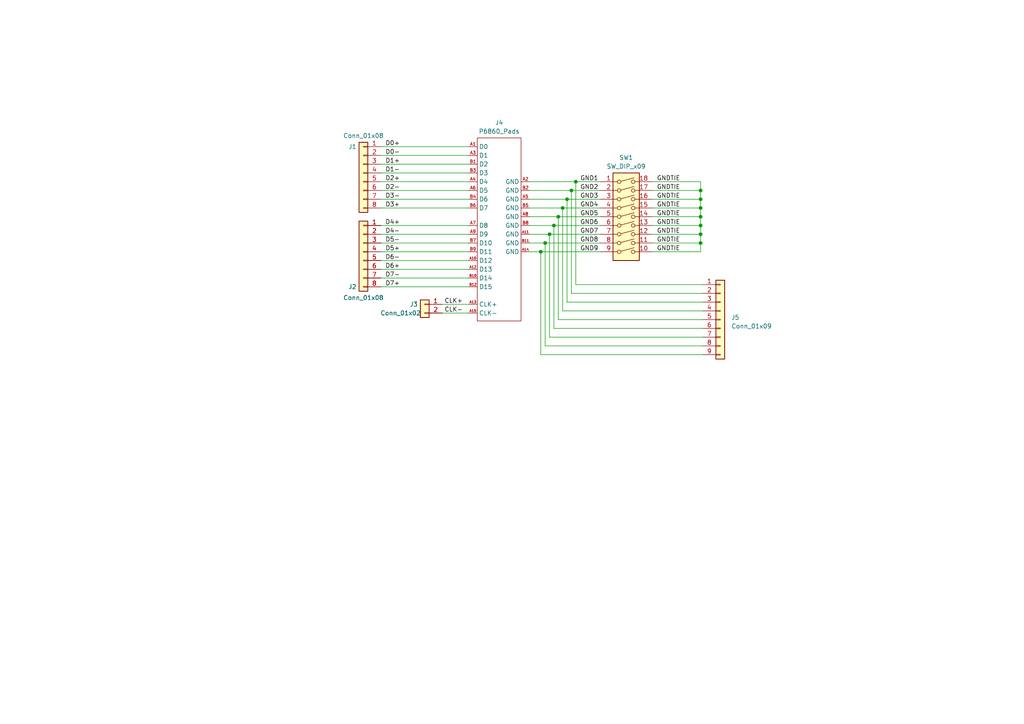
<source format=kicad_sch>
(kicad_sch (version 20230121) (generator eeschema)

  (uuid d6a7338d-da9d-4819-aa82-00f1dc5963bf)

  (paper "A4")

  (lib_symbols
    (symbol "Connector_Generic:Conn_01x02" (pin_names (offset 1.016) hide) (in_bom yes) (on_board yes)
      (property "Reference" "J" (at 0 2.54 0)
        (effects (font (size 1.27 1.27)))
      )
      (property "Value" "Conn_01x02" (at 0 -5.08 0)
        (effects (font (size 1.27 1.27)))
      )
      (property "Footprint" "" (at 0 0 0)
        (effects (font (size 1.27 1.27)) hide)
      )
      (property "Datasheet" "~" (at 0 0 0)
        (effects (font (size 1.27 1.27)) hide)
      )
      (property "ki_keywords" "connector" (at 0 0 0)
        (effects (font (size 1.27 1.27)) hide)
      )
      (property "ki_description" "Generic connector, single row, 01x02, script generated (kicad-library-utils/schlib/autogen/connector/)" (at 0 0 0)
        (effects (font (size 1.27 1.27)) hide)
      )
      (property "ki_fp_filters" "Connector*:*_1x??_*" (at 0 0 0)
        (effects (font (size 1.27 1.27)) hide)
      )
      (symbol "Conn_01x02_1_1"
        (rectangle (start -1.27 -2.413) (end 0 -2.667)
          (stroke (width 0.1524) (type default))
          (fill (type none))
        )
        (rectangle (start -1.27 0.127) (end 0 -0.127)
          (stroke (width 0.1524) (type default))
          (fill (type none))
        )
        (rectangle (start -1.27 1.27) (end 1.27 -3.81)
          (stroke (width 0.254) (type default))
          (fill (type background))
        )
        (pin passive line (at -5.08 0 0) (length 3.81)
          (name "Pin_1" (effects (font (size 1.27 1.27))))
          (number "1" (effects (font (size 1.27 1.27))))
        )
        (pin passive line (at -5.08 -2.54 0) (length 3.81)
          (name "Pin_2" (effects (font (size 1.27 1.27))))
          (number "2" (effects (font (size 1.27 1.27))))
        )
      )
    )
    (symbol "Connector_Generic:Conn_01x08" (pin_names (offset 1.016) hide) (in_bom yes) (on_board yes)
      (property "Reference" "J" (at 0 10.16 0)
        (effects (font (size 1.27 1.27)))
      )
      (property "Value" "Conn_01x08" (at 0 -12.7 0)
        (effects (font (size 1.27 1.27)))
      )
      (property "Footprint" "" (at 0 0 0)
        (effects (font (size 1.27 1.27)) hide)
      )
      (property "Datasheet" "~" (at 0 0 0)
        (effects (font (size 1.27 1.27)) hide)
      )
      (property "ki_keywords" "connector" (at 0 0 0)
        (effects (font (size 1.27 1.27)) hide)
      )
      (property "ki_description" "Generic connector, single row, 01x08, script generated (kicad-library-utils/schlib/autogen/connector/)" (at 0 0 0)
        (effects (font (size 1.27 1.27)) hide)
      )
      (property "ki_fp_filters" "Connector*:*_1x??_*" (at 0 0 0)
        (effects (font (size 1.27 1.27)) hide)
      )
      (symbol "Conn_01x08_1_1"
        (rectangle (start -1.27 -10.033) (end 0 -10.287)
          (stroke (width 0.1524) (type default))
          (fill (type none))
        )
        (rectangle (start -1.27 -7.493) (end 0 -7.747)
          (stroke (width 0.1524) (type default))
          (fill (type none))
        )
        (rectangle (start -1.27 -4.953) (end 0 -5.207)
          (stroke (width 0.1524) (type default))
          (fill (type none))
        )
        (rectangle (start -1.27 -2.413) (end 0 -2.667)
          (stroke (width 0.1524) (type default))
          (fill (type none))
        )
        (rectangle (start -1.27 0.127) (end 0 -0.127)
          (stroke (width 0.1524) (type default))
          (fill (type none))
        )
        (rectangle (start -1.27 2.667) (end 0 2.413)
          (stroke (width 0.1524) (type default))
          (fill (type none))
        )
        (rectangle (start -1.27 5.207) (end 0 4.953)
          (stroke (width 0.1524) (type default))
          (fill (type none))
        )
        (rectangle (start -1.27 7.747) (end 0 7.493)
          (stroke (width 0.1524) (type default))
          (fill (type none))
        )
        (rectangle (start -1.27 8.89) (end 1.27 -11.43)
          (stroke (width 0.254) (type default))
          (fill (type background))
        )
        (pin passive line (at -5.08 7.62 0) (length 3.81)
          (name "Pin_1" (effects (font (size 1.27 1.27))))
          (number "1" (effects (font (size 1.27 1.27))))
        )
        (pin passive line (at -5.08 5.08 0) (length 3.81)
          (name "Pin_2" (effects (font (size 1.27 1.27))))
          (number "2" (effects (font (size 1.27 1.27))))
        )
        (pin passive line (at -5.08 2.54 0) (length 3.81)
          (name "Pin_3" (effects (font (size 1.27 1.27))))
          (number "3" (effects (font (size 1.27 1.27))))
        )
        (pin passive line (at -5.08 0 0) (length 3.81)
          (name "Pin_4" (effects (font (size 1.27 1.27))))
          (number "4" (effects (font (size 1.27 1.27))))
        )
        (pin passive line (at -5.08 -2.54 0) (length 3.81)
          (name "Pin_5" (effects (font (size 1.27 1.27))))
          (number "5" (effects (font (size 1.27 1.27))))
        )
        (pin passive line (at -5.08 -5.08 0) (length 3.81)
          (name "Pin_6" (effects (font (size 1.27 1.27))))
          (number "6" (effects (font (size 1.27 1.27))))
        )
        (pin passive line (at -5.08 -7.62 0) (length 3.81)
          (name "Pin_7" (effects (font (size 1.27 1.27))))
          (number "7" (effects (font (size 1.27 1.27))))
        )
        (pin passive line (at -5.08 -10.16 0) (length 3.81)
          (name "Pin_8" (effects (font (size 1.27 1.27))))
          (number "8" (effects (font (size 1.27 1.27))))
        )
      )
    )
    (symbol "Connector_Generic:Conn_01x09" (pin_names (offset 1.016) hide) (in_bom yes) (on_board yes)
      (property "Reference" "J" (at 0 12.7 0)
        (effects (font (size 1.27 1.27)))
      )
      (property "Value" "Conn_01x09" (at 0 -12.7 0)
        (effects (font (size 1.27 1.27)))
      )
      (property "Footprint" "" (at 0 0 0)
        (effects (font (size 1.27 1.27)) hide)
      )
      (property "Datasheet" "~" (at 0 0 0)
        (effects (font (size 1.27 1.27)) hide)
      )
      (property "ki_keywords" "connector" (at 0 0 0)
        (effects (font (size 1.27 1.27)) hide)
      )
      (property "ki_description" "Generic connector, single row, 01x09, script generated (kicad-library-utils/schlib/autogen/connector/)" (at 0 0 0)
        (effects (font (size 1.27 1.27)) hide)
      )
      (property "ki_fp_filters" "Connector*:*_1x??_*" (at 0 0 0)
        (effects (font (size 1.27 1.27)) hide)
      )
      (symbol "Conn_01x09_1_1"
        (rectangle (start -1.27 -10.033) (end 0 -10.287)
          (stroke (width 0.1524) (type default))
          (fill (type none))
        )
        (rectangle (start -1.27 -7.493) (end 0 -7.747)
          (stroke (width 0.1524) (type default))
          (fill (type none))
        )
        (rectangle (start -1.27 -4.953) (end 0 -5.207)
          (stroke (width 0.1524) (type default))
          (fill (type none))
        )
        (rectangle (start -1.27 -2.413) (end 0 -2.667)
          (stroke (width 0.1524) (type default))
          (fill (type none))
        )
        (rectangle (start -1.27 0.127) (end 0 -0.127)
          (stroke (width 0.1524) (type default))
          (fill (type none))
        )
        (rectangle (start -1.27 2.667) (end 0 2.413)
          (stroke (width 0.1524) (type default))
          (fill (type none))
        )
        (rectangle (start -1.27 5.207) (end 0 4.953)
          (stroke (width 0.1524) (type default))
          (fill (type none))
        )
        (rectangle (start -1.27 7.747) (end 0 7.493)
          (stroke (width 0.1524) (type default))
          (fill (type none))
        )
        (rectangle (start -1.27 10.287) (end 0 10.033)
          (stroke (width 0.1524) (type default))
          (fill (type none))
        )
        (rectangle (start -1.27 11.43) (end 1.27 -11.43)
          (stroke (width 0.254) (type default))
          (fill (type background))
        )
        (pin passive line (at -5.08 10.16 0) (length 3.81)
          (name "Pin_1" (effects (font (size 1.27 1.27))))
          (number "1" (effects (font (size 1.27 1.27))))
        )
        (pin passive line (at -5.08 7.62 0) (length 3.81)
          (name "Pin_2" (effects (font (size 1.27 1.27))))
          (number "2" (effects (font (size 1.27 1.27))))
        )
        (pin passive line (at -5.08 5.08 0) (length 3.81)
          (name "Pin_3" (effects (font (size 1.27 1.27))))
          (number "3" (effects (font (size 1.27 1.27))))
        )
        (pin passive line (at -5.08 2.54 0) (length 3.81)
          (name "Pin_4" (effects (font (size 1.27 1.27))))
          (number "4" (effects (font (size 1.27 1.27))))
        )
        (pin passive line (at -5.08 0 0) (length 3.81)
          (name "Pin_5" (effects (font (size 1.27 1.27))))
          (number "5" (effects (font (size 1.27 1.27))))
        )
        (pin passive line (at -5.08 -2.54 0) (length 3.81)
          (name "Pin_6" (effects (font (size 1.27 1.27))))
          (number "6" (effects (font (size 1.27 1.27))))
        )
        (pin passive line (at -5.08 -5.08 0) (length 3.81)
          (name "Pin_7" (effects (font (size 1.27 1.27))))
          (number "7" (effects (font (size 1.27 1.27))))
        )
        (pin passive line (at -5.08 -7.62 0) (length 3.81)
          (name "Pin_8" (effects (font (size 1.27 1.27))))
          (number "8" (effects (font (size 1.27 1.27))))
        )
        (pin passive line (at -5.08 -10.16 0) (length 3.81)
          (name "Pin_9" (effects (font (size 1.27 1.27))))
          (number "9" (effects (font (size 1.27 1.27))))
        )
      )
    )
    (symbol "Switch:SW_DIP_x09" (pin_names (offset 0) hide) (in_bom yes) (on_board yes)
      (property "Reference" "SW" (at 0 13.97 0)
        (effects (font (size 1.27 1.27)))
      )
      (property "Value" "SW_DIP_x09" (at 0 -13.97 0)
        (effects (font (size 1.27 1.27)))
      )
      (property "Footprint" "" (at 0 0 0)
        (effects (font (size 1.27 1.27)) hide)
      )
      (property "Datasheet" "~" (at 0 0 0)
        (effects (font (size 1.27 1.27)) hide)
      )
      (property "ki_keywords" "dip switch" (at 0 0 0)
        (effects (font (size 1.27 1.27)) hide)
      )
      (property "ki_description" "9x DIP Switch, Single Pole Single Throw (SPST) switch, small symbol" (at 0 0 0)
        (effects (font (size 1.27 1.27)) hide)
      )
      (property "ki_fp_filters" "SW?DIP?x9*" (at 0 0 0)
        (effects (font (size 1.27 1.27)) hide)
      )
      (symbol "SW_DIP_x09_0_0"
        (circle (center -2.032 -10.16) (radius 0.508)
          (stroke (width 0) (type default))
          (fill (type none))
        )
        (circle (center -2.032 -7.62) (radius 0.508)
          (stroke (width 0) (type default))
          (fill (type none))
        )
        (circle (center -2.032 -5.08) (radius 0.508)
          (stroke (width 0) (type default))
          (fill (type none))
        )
        (circle (center -2.032 -2.54) (radius 0.508)
          (stroke (width 0) (type default))
          (fill (type none))
        )
        (circle (center -2.032 0) (radius 0.508)
          (stroke (width 0) (type default))
          (fill (type none))
        )
        (circle (center -2.032 2.54) (radius 0.508)
          (stroke (width 0) (type default))
          (fill (type none))
        )
        (circle (center -2.032 5.08) (radius 0.508)
          (stroke (width 0) (type default))
          (fill (type none))
        )
        (circle (center -2.032 7.62) (radius 0.508)
          (stroke (width 0) (type default))
          (fill (type none))
        )
        (circle (center -2.032 10.16) (radius 0.508)
          (stroke (width 0) (type default))
          (fill (type none))
        )
        (polyline
          (pts
            (xy -1.524 -10.0076)
            (xy 2.3622 -8.9662)
          )
          (stroke (width 0) (type default))
          (fill (type none))
        )
        (polyline
          (pts
            (xy -1.524 -7.4676)
            (xy 2.3622 -6.4262)
          )
          (stroke (width 0) (type default))
          (fill (type none))
        )
        (polyline
          (pts
            (xy -1.524 -4.9276)
            (xy 2.3622 -3.8862)
          )
          (stroke (width 0) (type default))
          (fill (type none))
        )
        (polyline
          (pts
            (xy -1.524 -2.3876)
            (xy 2.3622 -1.3462)
          )
          (stroke (width 0) (type default))
          (fill (type none))
        )
        (polyline
          (pts
            (xy -1.524 0.127)
            (xy 2.3622 1.1684)
          )
          (stroke (width 0) (type default))
          (fill (type none))
        )
        (polyline
          (pts
            (xy -1.524 2.667)
            (xy 2.3622 3.7084)
          )
          (stroke (width 0) (type default))
          (fill (type none))
        )
        (polyline
          (pts
            (xy -1.524 5.207)
            (xy 2.3622 6.2484)
          )
          (stroke (width 0) (type default))
          (fill (type none))
        )
        (polyline
          (pts
            (xy -1.524 7.747)
            (xy 2.3622 8.7884)
          )
          (stroke (width 0) (type default))
          (fill (type none))
        )
        (polyline
          (pts
            (xy -1.524 10.287)
            (xy 2.3622 11.3284)
          )
          (stroke (width 0) (type default))
          (fill (type none))
        )
        (circle (center 2.032 -10.16) (radius 0.508)
          (stroke (width 0) (type default))
          (fill (type none))
        )
        (circle (center 2.032 -7.62) (radius 0.508)
          (stroke (width 0) (type default))
          (fill (type none))
        )
        (circle (center 2.032 -5.08) (radius 0.508)
          (stroke (width 0) (type default))
          (fill (type none))
        )
        (circle (center 2.032 -2.54) (radius 0.508)
          (stroke (width 0) (type default))
          (fill (type none))
        )
        (circle (center 2.032 0) (radius 0.508)
          (stroke (width 0) (type default))
          (fill (type none))
        )
        (circle (center 2.032 2.54) (radius 0.508)
          (stroke (width 0) (type default))
          (fill (type none))
        )
        (circle (center 2.032 5.08) (radius 0.508)
          (stroke (width 0) (type default))
          (fill (type none))
        )
        (circle (center 2.032 7.62) (radius 0.508)
          (stroke (width 0) (type default))
          (fill (type none))
        )
        (circle (center 2.032 10.16) (radius 0.508)
          (stroke (width 0) (type default))
          (fill (type none))
        )
      )
      (symbol "SW_DIP_x09_0_1"
        (rectangle (start -3.81 12.7) (end 3.81 -12.7)
          (stroke (width 0.254) (type default))
          (fill (type background))
        )
      )
      (symbol "SW_DIP_x09_1_1"
        (pin passive line (at -7.62 10.16 0) (length 5.08)
          (name "~" (effects (font (size 1.27 1.27))))
          (number "1" (effects (font (size 1.27 1.27))))
        )
        (pin passive line (at 7.62 -10.16 180) (length 5.08)
          (name "~" (effects (font (size 1.27 1.27))))
          (number "10" (effects (font (size 1.27 1.27))))
        )
        (pin passive line (at 7.62 -7.62 180) (length 5.08)
          (name "~" (effects (font (size 1.27 1.27))))
          (number "11" (effects (font (size 1.27 1.27))))
        )
        (pin passive line (at 7.62 -5.08 180) (length 5.08)
          (name "~" (effects (font (size 1.27 1.27))))
          (number "12" (effects (font (size 1.27 1.27))))
        )
        (pin passive line (at 7.62 -2.54 180) (length 5.08)
          (name "~" (effects (font (size 1.27 1.27))))
          (number "13" (effects (font (size 1.27 1.27))))
        )
        (pin passive line (at 7.62 0 180) (length 5.08)
          (name "~" (effects (font (size 1.27 1.27))))
          (number "14" (effects (font (size 1.27 1.27))))
        )
        (pin passive line (at 7.62 2.54 180) (length 5.08)
          (name "~" (effects (font (size 1.27 1.27))))
          (number "15" (effects (font (size 1.27 1.27))))
        )
        (pin passive line (at 7.62 5.08 180) (length 5.08)
          (name "~" (effects (font (size 1.27 1.27))))
          (number "16" (effects (font (size 1.27 1.27))))
        )
        (pin passive line (at 7.62 7.62 180) (length 5.08)
          (name "~" (effects (font (size 1.27 1.27))))
          (number "17" (effects (font (size 1.27 1.27))))
        )
        (pin passive line (at 7.62 10.16 180) (length 5.08)
          (name "~" (effects (font (size 1.27 1.27))))
          (number "18" (effects (font (size 1.27 1.27))))
        )
        (pin passive line (at -7.62 7.62 0) (length 5.08)
          (name "~" (effects (font (size 1.27 1.27))))
          (number "2" (effects (font (size 1.27 1.27))))
        )
        (pin passive line (at -7.62 5.08 0) (length 5.08)
          (name "~" (effects (font (size 1.27 1.27))))
          (number "3" (effects (font (size 1.27 1.27))))
        )
        (pin passive line (at -7.62 2.54 0) (length 5.08)
          (name "~" (effects (font (size 1.27 1.27))))
          (number "4" (effects (font (size 1.27 1.27))))
        )
        (pin passive line (at -7.62 0 0) (length 5.08)
          (name "~" (effects (font (size 1.27 1.27))))
          (number "5" (effects (font (size 1.27 1.27))))
        )
        (pin passive line (at -7.62 -2.54 0) (length 5.08)
          (name "~" (effects (font (size 1.27 1.27))))
          (number "6" (effects (font (size 1.27 1.27))))
        )
        (pin passive line (at -7.62 -5.08 0) (length 5.08)
          (name "~" (effects (font (size 1.27 1.27))))
          (number "7" (effects (font (size 1.27 1.27))))
        )
        (pin passive line (at -7.62 -7.62 0) (length 5.08)
          (name "~" (effects (font (size 1.27 1.27))))
          (number "8" (effects (font (size 1.27 1.27))))
        )
        (pin passive line (at -7.62 -10.16 0) (length 5.08)
          (name "~" (effects (font (size 1.27 1.27))))
          (number "9" (effects (font (size 1.27 1.27))))
        )
      )
    )
    (symbol "Tek_Probe:P6860_Pads" (in_bom yes) (on_board yes)
      (property "Reference" "J" (at 1.27 1.27 0)
        (effects (font (size 1.27 1.27)))
      )
      (property "Value" "P6860_Pads" (at 6.35 -54.356 0)
        (effects (font (size 1.27 1.27)))
      )
      (property "Footprint" "" (at 0 0 0)
        (effects (font (size 1.27 1.27)) hide)
      )
      (property "Datasheet" "" (at 0 0 0)
        (effects (font (size 1.27 1.27)) hide)
      )
      (symbol "P6860_Pads_0_1"
        (rectangle (start 0 0) (end 12.7 -53.086)
          (stroke (width 0) (type default))
          (fill (type none))
        )
      )
      (symbol "P6860_Pads_1_1"
        (pin input line (at -2.54 -2.54 0) (length 2.54)
          (name "D0" (effects (font (size 1.27 1.27))))
          (number "A1" (effects (font (size 0.9175 0.9175))))
        )
        (pin input line (at -2.54 -35.56 0) (length 2.54)
          (name "D12" (effects (font (size 1.27 1.27))))
          (number "A10" (effects (font (size 0.7125 0.7125))))
        )
        (pin passive line (at 15.24 -27.94 180) (length 2.54)
          (name "GND" (effects (font (size 1.27 1.27))))
          (number "A11" (effects (font (size 0.7125 0.7125))))
        )
        (pin input line (at -2.54 -38.1 0) (length 2.54)
          (name "D13" (effects (font (size 1.27 1.27))))
          (number "A12" (effects (font (size 0.7125 0.7125))))
        )
        (pin input line (at -2.54 -48.26 0) (length 2.54)
          (name "CLK+" (effects (font (size 1.27 1.27))))
          (number "A13" (effects (font (size 0.7125 0.7125))))
        )
        (pin passive line (at 15.24 -33.02 180) (length 2.54)
          (name "GND" (effects (font (size 1.27 1.27))))
          (number "A14" (effects (font (size 0.7125 0.7125))))
        )
        (pin input line (at -2.54 -50.8 0) (length 2.54)
          (name "CLK-" (effects (font (size 1.27 1.27))))
          (number "A15" (effects (font (size 0.7125 0.7125))))
        )
        (pin passive line (at 15.24 -12.7 180) (length 2.54)
          (name "GND" (effects (font (size 1.27 1.27))))
          (number "A2" (effects (font (size 0.9175 0.9175))))
        )
        (pin input line (at -2.54 -5.08 0) (length 2.54)
          (name "D1" (effects (font (size 1.27 1.27))))
          (number "A3" (effects (font (size 0.9175 0.9175))))
        )
        (pin input line (at -2.54 -12.7 0) (length 2.54)
          (name "D4" (effects (font (size 1.27 1.27))))
          (number "A4" (effects (font (size 0.9175 0.9175))))
        )
        (pin passive line (at 15.24 -17.78 180) (length 2.54)
          (name "GND" (effects (font (size 1.27 1.27))))
          (number "A5" (effects (font (size 0.9175 0.9175))))
        )
        (pin input line (at -2.54 -15.24 0) (length 2.54)
          (name "D5" (effects (font (size 1.27 1.27))))
          (number "A6" (effects (font (size 0.9175 0.9175))))
        )
        (pin input line (at -2.54 -25.4 0) (length 2.54)
          (name "D8" (effects (font (size 1.27 1.27))))
          (number "A7" (effects (font (size 0.9175 0.9175))))
        )
        (pin passive line (at 15.24 -22.86 180) (length 2.54)
          (name "GND" (effects (font (size 1.27 1.27))))
          (number "A8" (effects (font (size 0.9175 0.9175))))
        )
        (pin input line (at -2.54 -27.94 0) (length 2.54)
          (name "D9" (effects (font (size 1.27 1.27))))
          (number "A9" (effects (font (size 0.9175 0.9175))))
        )
        (pin input line (at -2.54 -7.62 0) (length 2.54)
          (name "D2" (effects (font (size 1.27 1.27))))
          (number "B1" (effects (font (size 0.9175 0.9175))))
        )
        (pin input line (at -2.54 -40.64 0) (length 2.54)
          (name "D14" (effects (font (size 1.27 1.27))))
          (number "B10" (effects (font (size 0.7125 0.7125))))
        )
        (pin passive line (at 15.24 -30.48 180) (length 2.54)
          (name "GND" (effects (font (size 1.27 1.27))))
          (number "B11" (effects (font (size 0.7125 0.7125))))
        )
        (pin input line (at -2.54 -43.18 0) (length 2.54)
          (name "D15" (effects (font (size 1.27 1.27))))
          (number "B12" (effects (font (size 0.7125 0.7125))))
        )
        (pin passive line (at 15.24 -15.24 180) (length 2.54)
          (name "GND" (effects (font (size 1.27 1.27))))
          (number "B2" (effects (font (size 0.9175 0.9175))))
        )
        (pin input line (at -2.54 -10.16 0) (length 2.54)
          (name "D3" (effects (font (size 1.27 1.27))))
          (number "B3" (effects (font (size 0.9175 0.9175))))
        )
        (pin input line (at -2.54 -17.78 0) (length 2.54)
          (name "D6" (effects (font (size 1.27 1.27))))
          (number "B4" (effects (font (size 0.9175 0.9175))))
        )
        (pin passive line (at 15.24 -20.32 180) (length 2.54)
          (name "GND" (effects (font (size 1.27 1.27))))
          (number "B5" (effects (font (size 0.9175 0.9175))))
        )
        (pin input line (at -2.54 -20.32 0) (length 2.54)
          (name "D7" (effects (font (size 1.27 1.27))))
          (number "B6" (effects (font (size 0.9175 0.9175))))
        )
        (pin input line (at -2.54 -30.48 0) (length 2.54)
          (name "D10" (effects (font (size 1.27 1.27))))
          (number "B7" (effects (font (size 0.9175 0.9175))))
        )
        (pin passive line (at 15.24 -25.4 180) (length 2.54)
          (name "GND" (effects (font (size 1.27 1.27))))
          (number "B8" (effects (font (size 0.9175 0.9175))))
        )
        (pin input line (at -2.54 -33.02 0) (length 2.54)
          (name "D11" (effects (font (size 1.27 1.27))))
          (number "B9" (effects (font (size 0.9175 0.9175))))
        )
      )
    )
  )

  (junction (at 156.845 73.025) (diameter 0) (color 0 0 0 0)
    (uuid 3928e55b-d9d2-46af-91f5-896f18233099)
  )
  (junction (at 163.195 60.325) (diameter 0) (color 0 0 0 0)
    (uuid 48171f61-8521-430f-9314-5aa5433a0b36)
  )
  (junction (at 161.925 62.865) (diameter 0) (color 0 0 0 0)
    (uuid 4a35437b-1237-4ebc-b5e2-fa8264917d3a)
  )
  (junction (at 203.2 55.245) (diameter 0) (color 0 0 0 0)
    (uuid 4b5c1205-92e0-4468-88c9-adb8b22cfc44)
  )
  (junction (at 164.465 57.785) (diameter 0) (color 0 0 0 0)
    (uuid 5085309b-c4f3-42fb-b347-0408fabd4e29)
  )
  (junction (at 203.2 62.865) (diameter 0) (color 0 0 0 0)
    (uuid 57bc051b-41bb-4695-8e4c-5025ed516324)
  )
  (junction (at 165.735 55.245) (diameter 0) (color 0 0 0 0)
    (uuid 7045d5c7-4c20-4ee7-b82d-fc80ca8aa6df)
  )
  (junction (at 159.385 67.945) (diameter 0) (color 0 0 0 0)
    (uuid 76b8f8a5-8f26-4204-954a-9942d832e11c)
  )
  (junction (at 203.2 67.945) (diameter 0) (color 0 0 0 0)
    (uuid aa88dcba-9333-4ec7-8187-ad4b03e6204c)
  )
  (junction (at 158.115 70.485) (diameter 0) (color 0 0 0 0)
    (uuid ab1c17da-b779-4f03-abba-7a7ac76e9d6f)
  )
  (junction (at 203.2 70.485) (diameter 0) (color 0 0 0 0)
    (uuid adf95b2d-9e3a-4118-9f61-49b4527d917d)
  )
  (junction (at 167.005 52.705) (diameter 0) (color 0 0 0 0)
    (uuid ae91a0c5-7ac4-4c38-9a09-ab92bbf7ba5a)
  )
  (junction (at 203.2 60.325) (diameter 0) (color 0 0 0 0)
    (uuid c389b5f0-0759-4b0b-b977-14efcd188606)
  )
  (junction (at 160.655 65.405) (diameter 0) (color 0 0 0 0)
    (uuid cb3d9735-10e6-4e8b-a3b4-b18bdcb2d087)
  )
  (junction (at 203.2 65.405) (diameter 0) (color 0 0 0 0)
    (uuid d6a24665-74a6-4c2a-b6a0-973f8a7a789d)
  )
  (junction (at 203.2 57.785) (diameter 0) (color 0 0 0 0)
    (uuid f872bec3-9f20-4b28-b7cb-58981555f126)
  )

  (wire (pts (xy 153.67 52.705) (xy 167.005 52.705))
    (stroke (width 0) (type default))
    (uuid 015712b6-fba9-40e9-ac1f-54b9ac40a91b)
  )
  (wire (pts (xy 110.49 83.185) (xy 135.89 83.185))
    (stroke (width 0) (type default))
    (uuid 036bd20d-b38f-42e3-9bd4-7bfd452b4f1d)
  )
  (wire (pts (xy 110.49 75.565) (xy 135.89 75.565))
    (stroke (width 0) (type default))
    (uuid 0611c61a-6345-48ee-ac9d-9541de2827e0)
  )
  (wire (pts (xy 153.67 73.025) (xy 156.845 73.025))
    (stroke (width 0) (type default))
    (uuid 07b2ebfd-ed26-43bf-8226-7137fdeb219f)
  )
  (wire (pts (xy 159.385 97.79) (xy 203.835 97.79))
    (stroke (width 0) (type default))
    (uuid 0c1c6d61-79aa-450f-8e33-262c9d007f7e)
  )
  (wire (pts (xy 189.23 60.325) (xy 203.2 60.325))
    (stroke (width 0) (type default))
    (uuid 12932f0b-a863-4f4a-b8b8-d697d8bbad03)
  )
  (wire (pts (xy 158.115 70.485) (xy 173.99 70.485))
    (stroke (width 0) (type default))
    (uuid 13e66409-22b3-41fd-9ee4-92b3d073de47)
  )
  (wire (pts (xy 110.49 73.025) (xy 135.89 73.025))
    (stroke (width 0) (type default))
    (uuid 154f45f7-8298-4cfe-b663-3c336e6ec815)
  )
  (wire (pts (xy 158.115 100.33) (xy 203.835 100.33))
    (stroke (width 0) (type default))
    (uuid 15bbc32c-e46b-4aeb-9929-e0dfe6143e50)
  )
  (wire (pts (xy 110.49 52.705) (xy 135.89 52.705))
    (stroke (width 0) (type default))
    (uuid 1d228c2a-7845-45bb-8bbe-1e333d5613a3)
  )
  (wire (pts (xy 165.735 55.245) (xy 173.99 55.245))
    (stroke (width 0) (type default))
    (uuid 1d96b33d-7b3f-4bf5-92e2-bc07747acf1c)
  )
  (wire (pts (xy 189.23 62.865) (xy 203.2 62.865))
    (stroke (width 0) (type default))
    (uuid 23b856d1-eb8e-4100-b03d-38dcea3c1919)
  )
  (wire (pts (xy 161.925 62.865) (xy 161.925 92.71))
    (stroke (width 0) (type default))
    (uuid 24137784-7f6b-4116-9194-c2142169fcc7)
  )
  (wire (pts (xy 110.49 57.785) (xy 135.89 57.785))
    (stroke (width 0) (type default))
    (uuid 2ace9ba2-d0a7-4ca0-b8bd-8134303030bb)
  )
  (wire (pts (xy 203.2 55.245) (xy 203.2 57.785))
    (stroke (width 0) (type default))
    (uuid 32c34ee1-403e-42c8-b59d-70f950f59053)
  )
  (wire (pts (xy 203.2 73.025) (xy 189.23 73.025))
    (stroke (width 0) (type default))
    (uuid 33e0a239-0bfa-41f7-b6db-f4da4725ce4d)
  )
  (wire (pts (xy 163.195 90.17) (xy 203.835 90.17))
    (stroke (width 0) (type default))
    (uuid 33e75da6-802d-487a-93eb-f4b2ee58e81a)
  )
  (wire (pts (xy 167.005 52.705) (xy 173.99 52.705))
    (stroke (width 0) (type default))
    (uuid 3531a233-bec6-4089-abb5-3d01a7e30373)
  )
  (wire (pts (xy 165.735 85.09) (xy 203.835 85.09))
    (stroke (width 0) (type default))
    (uuid 356b4c5b-7825-4d16-9344-e8cefdbf78f0)
  )
  (wire (pts (xy 110.49 65.405) (xy 135.89 65.405))
    (stroke (width 0) (type default))
    (uuid 3cbc897f-ee2e-4ef3-98f9-daf988d18428)
  )
  (wire (pts (xy 189.23 65.405) (xy 203.2 65.405))
    (stroke (width 0) (type default))
    (uuid 3f474097-066c-46ed-a0ef-63044270cd5f)
  )
  (wire (pts (xy 156.845 102.87) (xy 203.835 102.87))
    (stroke (width 0) (type default))
    (uuid 412aeadb-b3a3-4c73-99cd-3537d1be261d)
  )
  (wire (pts (xy 203.2 52.705) (xy 203.2 55.245))
    (stroke (width 0) (type default))
    (uuid 440dc3cc-693d-454d-8ad7-c69ad9143b38)
  )
  (wire (pts (xy 189.23 70.485) (xy 203.2 70.485))
    (stroke (width 0) (type default))
    (uuid 4530c390-6877-4c4d-b830-d1027c246270)
  )
  (wire (pts (xy 203.2 57.785) (xy 203.2 60.325))
    (stroke (width 0) (type default))
    (uuid 4a9a7c7b-ec0f-409f-8e53-848d4daef01c)
  )
  (wire (pts (xy 189.23 55.245) (xy 203.2 55.245))
    (stroke (width 0) (type default))
    (uuid 4c37e5a6-1149-4811-a514-1aad6bd4e9a3)
  )
  (wire (pts (xy 110.49 50.165) (xy 135.89 50.165))
    (stroke (width 0) (type default))
    (uuid 50cf08d4-74cf-4cad-9bb6-a2269e3094e0)
  )
  (wire (pts (xy 160.655 95.25) (xy 203.835 95.25))
    (stroke (width 0) (type default))
    (uuid 54629913-9683-4cb7-8a30-8703b1581818)
  )
  (wire (pts (xy 164.465 87.63) (xy 203.835 87.63))
    (stroke (width 0) (type default))
    (uuid 55497a72-ec91-4189-a28b-f12917cb7b7c)
  )
  (wire (pts (xy 167.005 82.55) (xy 203.835 82.55))
    (stroke (width 0) (type default))
    (uuid 56a07351-b6b5-4104-b322-53e4c5cde993)
  )
  (wire (pts (xy 203.2 70.485) (xy 203.2 73.025))
    (stroke (width 0) (type default))
    (uuid 57f876ca-bb5e-416a-b87d-c6a4a6870ffc)
  )
  (wire (pts (xy 160.655 65.405) (xy 160.655 95.25))
    (stroke (width 0) (type default))
    (uuid 596043d7-ce43-405a-a2da-f274fedf83ff)
  )
  (wire (pts (xy 110.49 78.105) (xy 135.89 78.105))
    (stroke (width 0) (type default))
    (uuid 5a1da7b9-8cb0-4f2f-be62-7154ca4627c4)
  )
  (wire (pts (xy 110.49 70.485) (xy 135.89 70.485))
    (stroke (width 0) (type default))
    (uuid 63c8dbee-48a3-450e-843c-3249faf18ed9)
  )
  (wire (pts (xy 110.49 60.325) (xy 135.89 60.325))
    (stroke (width 0) (type default))
    (uuid 72e6106b-bcf1-4be2-a7c3-efa731bac308)
  )
  (wire (pts (xy 110.49 42.545) (xy 135.89 42.545))
    (stroke (width 0) (type default))
    (uuid 78f417f2-f7a7-4aca-a784-80423447310c)
  )
  (wire (pts (xy 156.845 73.025) (xy 156.845 102.87))
    (stroke (width 0) (type default))
    (uuid 792a2234-7144-4da2-a3fb-f99d63c6f005)
  )
  (wire (pts (xy 153.67 57.785) (xy 164.465 57.785))
    (stroke (width 0) (type default))
    (uuid 792d97ce-a4d1-472e-95c3-64897866c0e3)
  )
  (wire (pts (xy 159.385 67.945) (xy 173.99 67.945))
    (stroke (width 0) (type default))
    (uuid 85efd761-8172-4056-85a6-0fa0eb8cfa8b)
  )
  (wire (pts (xy 203.2 60.325) (xy 203.2 62.865))
    (stroke (width 0) (type default))
    (uuid 8815b0af-e29f-4c78-840e-54f48ee5fd19)
  )
  (wire (pts (xy 153.67 70.485) (xy 158.115 70.485))
    (stroke (width 0) (type default))
    (uuid 89bded03-3dd2-4bd8-b8f2-ec3eee1231fe)
  )
  (wire (pts (xy 163.195 60.325) (xy 173.99 60.325))
    (stroke (width 0) (type default))
    (uuid 8daa73b6-18a0-4134-af10-3df67df8ac4d)
  )
  (wire (pts (xy 153.67 62.865) (xy 161.925 62.865))
    (stroke (width 0) (type default))
    (uuid 93adc0dd-d088-4dea-bd99-4f9df4c4cfa1)
  )
  (wire (pts (xy 161.925 92.71) (xy 203.835 92.71))
    (stroke (width 0) (type default))
    (uuid 9717b585-4ae2-48f5-912e-c425f1e9dc36)
  )
  (wire (pts (xy 110.49 45.085) (xy 135.89 45.085))
    (stroke (width 0) (type default))
    (uuid 9754b40c-1f70-4ab8-9ab7-9d619dedf27f)
  )
  (wire (pts (xy 159.385 67.945) (xy 159.385 97.79))
    (stroke (width 0) (type default))
    (uuid 9932da80-f626-4726-b91d-7a0a5c024117)
  )
  (wire (pts (xy 203.2 67.945) (xy 203.2 70.485))
    (stroke (width 0) (type default))
    (uuid 9add6e8a-ef68-440e-8eb2-9640abfae407)
  )
  (wire (pts (xy 164.465 57.785) (xy 164.465 87.63))
    (stroke (width 0) (type default))
    (uuid 9f130f66-5957-4f48-8d5c-01feb412ae5a)
  )
  (wire (pts (xy 158.115 70.485) (xy 158.115 100.33))
    (stroke (width 0) (type default))
    (uuid a919eef0-0d93-47e6-a81c-5ccd8b910ade)
  )
  (wire (pts (xy 110.49 80.645) (xy 135.89 80.645))
    (stroke (width 0) (type default))
    (uuid aa5f420e-e3ea-4d50-9bf3-bd08bf9abc0b)
  )
  (wire (pts (xy 110.49 47.625) (xy 135.89 47.625))
    (stroke (width 0) (type default))
    (uuid aedc1dfa-811c-4069-8cc6-78bc2c39a0df)
  )
  (wire (pts (xy 153.67 55.245) (xy 165.735 55.245))
    (stroke (width 0) (type default))
    (uuid b23e46c9-4f20-4397-801e-d3e4a3e2c934)
  )
  (wire (pts (xy 163.195 60.325) (xy 163.195 90.17))
    (stroke (width 0) (type default))
    (uuid b426de90-5f60-4650-bd64-cd86f2118be7)
  )
  (wire (pts (xy 189.23 52.705) (xy 203.2 52.705))
    (stroke (width 0) (type default))
    (uuid b55ffb84-ecb3-4dbc-9ca6-82b8ad7b3df1)
  )
  (wire (pts (xy 189.23 67.945) (xy 203.2 67.945))
    (stroke (width 0) (type default))
    (uuid bb5920d0-481b-44c6-b75a-061643b56d4e)
  )
  (wire (pts (xy 128.27 88.265) (xy 135.89 88.265))
    (stroke (width 0) (type default))
    (uuid bbf3d9ea-077a-418e-ae17-7d0f8bc33a3b)
  )
  (wire (pts (xy 153.67 60.325) (xy 163.195 60.325))
    (stroke (width 0) (type default))
    (uuid bf9bd655-0d11-44ad-b541-56c6b34dcee6)
  )
  (wire (pts (xy 165.735 55.245) (xy 165.735 85.09))
    (stroke (width 0) (type default))
    (uuid c0294264-c004-4699-afbe-1043bd3a309e)
  )
  (wire (pts (xy 110.49 55.245) (xy 135.89 55.245))
    (stroke (width 0) (type default))
    (uuid c84617c5-e94d-4c66-b2a4-0a3475d98f34)
  )
  (wire (pts (xy 128.27 90.805) (xy 135.89 90.805))
    (stroke (width 0) (type default))
    (uuid cd8a3291-0c84-450e-ade3-55a0371adbe4)
  )
  (wire (pts (xy 167.005 52.705) (xy 167.005 82.55))
    (stroke (width 0) (type default))
    (uuid cfa41df9-c59a-4e31-ba7b-611ccb3d4063)
  )
  (wire (pts (xy 153.67 65.405) (xy 160.655 65.405))
    (stroke (width 0) (type default))
    (uuid d1163d77-aacd-4a1b-84aa-5410c18bce49)
  )
  (wire (pts (xy 203.2 65.405) (xy 203.2 67.945))
    (stroke (width 0) (type default))
    (uuid d4abc516-2308-483e-bf41-410ef9245684)
  )
  (wire (pts (xy 161.925 62.865) (xy 173.99 62.865))
    (stroke (width 0) (type default))
    (uuid d96581d4-9c6b-422c-a5c4-474cbe11a0a4)
  )
  (wire (pts (xy 110.49 67.945) (xy 135.89 67.945))
    (stroke (width 0) (type default))
    (uuid d981e6bc-c37f-42e5-ba77-4c3cc904ec8a)
  )
  (wire (pts (xy 164.465 57.785) (xy 173.99 57.785))
    (stroke (width 0) (type default))
    (uuid e9f4775c-a288-4240-b97f-3e9f1937d93c)
  )
  (wire (pts (xy 189.23 57.785) (xy 203.2 57.785))
    (stroke (width 0) (type default))
    (uuid ef349750-28f7-487e-bf1e-83d96d6f943e)
  )
  (wire (pts (xy 156.845 73.025) (xy 173.99 73.025))
    (stroke (width 0) (type default))
    (uuid f2879152-5e91-4aeb-9041-3c591081a77f)
  )
  (wire (pts (xy 160.655 65.405) (xy 173.99 65.405))
    (stroke (width 0) (type default))
    (uuid f3ed327a-d3b7-4511-8c0c-49328319e401)
  )
  (wire (pts (xy 203.2 62.865) (xy 203.2 65.405))
    (stroke (width 0) (type default))
    (uuid f48e94ac-1b18-4475-8d18-f60f2456d9a9)
  )
  (wire (pts (xy 153.67 67.945) (xy 159.385 67.945))
    (stroke (width 0) (type default))
    (uuid fe8f1e4a-1956-4276-808a-3800993a35e1)
  )

  (label "D5-" (at 111.76 70.485 0) (fields_autoplaced)
    (effects (font (size 1.27 1.27)) (justify left bottom))
    (uuid 042e5d11-aad3-424c-80d3-80430d35901a)
  )
  (label "GND3" (at 168.275 57.785 0) (fields_autoplaced)
    (effects (font (size 1.27 1.27)) (justify left bottom))
    (uuid 063b64cf-5ef0-4904-a49b-8b47ddf673cf)
  )
  (label "D0+" (at 111.76 42.545 0) (fields_autoplaced)
    (effects (font (size 1.27 1.27)) (justify left bottom))
    (uuid 115b0068-231b-4abd-a4f5-eafb34eb3102)
  )
  (label "GND4" (at 168.275 60.325 0) (fields_autoplaced)
    (effects (font (size 1.27 1.27)) (justify left bottom))
    (uuid 120463b4-558b-4e2f-b706-c517ddf9206e)
  )
  (label "GNDTIE" (at 190.5 62.865 0) (fields_autoplaced)
    (effects (font (size 1.27 1.27)) (justify left bottom))
    (uuid 1c7600e0-1e01-4a74-9f7f-9c5e52eb3ae3)
  )
  (label "D1+" (at 111.76 47.625 0) (fields_autoplaced)
    (effects (font (size 1.27 1.27)) (justify left bottom))
    (uuid 28ffe8ce-b394-4cfc-abc8-cd6875dc726c)
  )
  (label "D7-" (at 111.76 80.645 0) (fields_autoplaced)
    (effects (font (size 1.27 1.27)) (justify left bottom))
    (uuid 2f55e8f1-637c-4abb-824d-4b1c376e9ebe)
  )
  (label "GND8" (at 168.275 70.485 0) (fields_autoplaced)
    (effects (font (size 1.27 1.27)) (justify left bottom))
    (uuid 3a175110-a20d-4e08-ba99-9f3984ac16db)
  )
  (label "D4+" (at 111.76 65.405 0) (fields_autoplaced)
    (effects (font (size 1.27 1.27)) (justify left bottom))
    (uuid 41cbd124-129c-4778-931b-288a303bd984)
  )
  (label "GND1" (at 168.275 52.705 0) (fields_autoplaced)
    (effects (font (size 1.27 1.27)) (justify left bottom))
    (uuid 43e94dcc-1334-4dd0-a29a-2fd1be29aa36)
  )
  (label "GNDTIE" (at 190.5 70.485 0) (fields_autoplaced)
    (effects (font (size 1.27 1.27)) (justify left bottom))
    (uuid 5f03f2d1-85ab-407c-9f38-c99214bfd2f7)
  )
  (label "D3-" (at 111.76 57.785 0) (fields_autoplaced)
    (effects (font (size 1.27 1.27)) (justify left bottom))
    (uuid 7070e264-e680-42e6-94a6-c3b78ee69445)
  )
  (label "D0-" (at 111.76 45.085 0) (fields_autoplaced)
    (effects (font (size 1.27 1.27)) (justify left bottom))
    (uuid 75945ebb-9da1-4d1f-a5fe-882f80e5e0b1)
  )
  (label "GNDTIE" (at 190.5 52.705 0) (fields_autoplaced)
    (effects (font (size 1.27 1.27)) (justify left bottom))
    (uuid 770e21b2-1a2f-4a43-a7e0-91ea72dc9e5f)
  )
  (label "GNDTIE" (at 190.5 65.405 0) (fields_autoplaced)
    (effects (font (size 1.27 1.27)) (justify left bottom))
    (uuid 7768a6c8-d76b-4713-8d88-2800aa096caf)
  )
  (label "D5+" (at 111.76 73.025 0) (fields_autoplaced)
    (effects (font (size 1.27 1.27)) (justify left bottom))
    (uuid 7f393799-3a53-47c5-a88f-a4f54f9bb0ee)
  )
  (label "D7+" (at 111.76 83.185 0) (fields_autoplaced)
    (effects (font (size 1.27 1.27)) (justify left bottom))
    (uuid 8a112042-0b9d-4cca-8001-bc10e668b3a6)
  )
  (label "D2+" (at 111.76 52.705 0) (fields_autoplaced)
    (effects (font (size 1.27 1.27)) (justify left bottom))
    (uuid 8d0db32e-1b84-4f34-8c43-171718c6b7a0)
  )
  (label "D6+" (at 111.76 78.105 0) (fields_autoplaced)
    (effects (font (size 1.27 1.27)) (justify left bottom))
    (uuid 9c2ad11b-fb5a-4c7e-8d7d-f53ebaaba1d0)
  )
  (label "CLK-" (at 128.905 90.805 0) (fields_autoplaced)
    (effects (font (size 1.27 1.27)) (justify left bottom))
    (uuid 9f687ce2-f42e-46cc-9693-f2ef2492d273)
  )
  (label "GNDTIE" (at 190.5 55.245 0) (fields_autoplaced)
    (effects (font (size 1.27 1.27)) (justify left bottom))
    (uuid a01f34a5-bb87-4834-83db-9d51d3fafbd6)
  )
  (label "GNDTIE" (at 190.5 67.945 0) (fields_autoplaced)
    (effects (font (size 1.27 1.27)) (justify left bottom))
    (uuid ad96e72a-bc57-4502-9df9-b5713e7da171)
  )
  (label "D4-" (at 111.76 67.945 0) (fields_autoplaced)
    (effects (font (size 1.27 1.27)) (justify left bottom))
    (uuid c4737c20-f79f-4407-9c30-d4504fd6aa53)
  )
  (label "GNDTIE" (at 190.5 57.785 0) (fields_autoplaced)
    (effects (font (size 1.27 1.27)) (justify left bottom))
    (uuid cecc3de3-50b7-48e7-b364-c0cefb937065)
  )
  (label "GND6" (at 168.275 65.405 0) (fields_autoplaced)
    (effects (font (size 1.27 1.27)) (justify left bottom))
    (uuid d0857b55-82a5-4d2e-a738-819972a97919)
  )
  (label "D3+" (at 111.76 60.325 0) (fields_autoplaced)
    (effects (font (size 1.27 1.27)) (justify left bottom))
    (uuid d0ab19b1-a650-444d-aec1-a523f1abc9ac)
  )
  (label "CLK+" (at 128.905 88.265 0) (fields_autoplaced)
    (effects (font (size 1.27 1.27)) (justify left bottom))
    (uuid d2567567-9d77-4000-98ef-c7d5ebc72707)
  )
  (label "GNDTIE" (at 190.5 73.025 0) (fields_autoplaced)
    (effects (font (size 1.27 1.27)) (justify left bottom))
    (uuid e2fe40d9-508e-4f2c-8f7c-e30eee64b5cc)
  )
  (label "D6-" (at 111.76 75.565 0) (fields_autoplaced)
    (effects (font (size 1.27 1.27)) (justify left bottom))
    (uuid e3c08dfe-e81e-40ca-850b-30de158779a1)
  )
  (label "GND5" (at 168.275 62.865 0) (fields_autoplaced)
    (effects (font (size 1.27 1.27)) (justify left bottom))
    (uuid e50f7f43-e65d-4d4e-9304-ff4bd202d9d9)
  )
  (label "GND2" (at 168.275 55.245 0) (fields_autoplaced)
    (effects (font (size 1.27 1.27)) (justify left bottom))
    (uuid e917fbda-56b7-41b6-864a-dd137d806e57)
  )
  (label "D2-" (at 111.76 55.245 0) (fields_autoplaced)
    (effects (font (size 1.27 1.27)) (justify left bottom))
    (uuid e9b05339-246f-48e4-8c84-8c04d3eae297)
  )
  (label "GND9" (at 168.275 73.025 0) (fields_autoplaced)
    (effects (font (size 1.27 1.27)) (justify left bottom))
    (uuid e9f118e7-bb6e-4e05-8670-c7a60d0045ce)
  )
  (label "D1-" (at 111.76 50.165 0) (fields_autoplaced)
    (effects (font (size 1.27 1.27)) (justify left bottom))
    (uuid ec5662e3-80a4-4035-8f7f-682b76f39c1f)
  )
  (label "GND7" (at 168.275 67.945 0) (fields_autoplaced)
    (effects (font (size 1.27 1.27)) (justify left bottom))
    (uuid f9877ce6-8ef0-4702-a6a0-0656e88c3d05)
  )
  (label "GNDTIE" (at 190.5 60.325 0) (fields_autoplaced)
    (effects (font (size 1.27 1.27)) (justify left bottom))
    (uuid fe8be6d0-d406-49af-a859-f42f75f0da84)
  )

  (symbol (lib_id "Connector_Generic:Conn_01x02") (at 123.19 88.265 0) (mirror y) (unit 1)
    (in_bom yes) (on_board yes) (dnp no)
    (uuid 0ceb0fa6-b744-4d88-8204-1913a0b26b73)
    (property "Reference" "J3" (at 120.015 88.265 0)
      (effects (font (size 1.27 1.27)))
    )
    (property "Value" "Conn_01x02" (at 116.205 90.805 0)
      (effects (font (size 1.27 1.27)))
    )
    (property "Footprint" "Connector_PinHeader_2.54mm:PinHeader_1x02_P2.54mm_Vertical" (at 123.19 88.265 0)
      (effects (font (size 1.27 1.27)) hide)
    )
    (property "Datasheet" "~" (at 123.19 88.265 0)
      (effects (font (size 1.27 1.27)) hide)
    )
    (pin "1" (uuid d3ff0e0a-a148-4076-8c87-8ff4a98ac2c1))
    (pin "2" (uuid 2ed3e53e-0edf-44c9-bc9e-8e67a86f320d))
    (instances
      (project "Tek P6860 Adapter v.2"
        (path "/d6a7338d-da9d-4819-aa82-00f1dc5963bf"
          (reference "J3") (unit 1)
        )
      )
    )
  )

  (symbol (lib_id "Tek_Probe:P6860_Pads") (at 138.43 40.005 0) (unit 1)
    (in_bom yes) (on_board yes) (dnp no) (fields_autoplaced)
    (uuid 33d7e822-43c5-4ee7-8de1-1aadb2ed1db0)
    (property "Reference" "J4" (at 144.78 35.56 0)
      (effects (font (size 1.27 1.27)))
    )
    (property "Value" "P6860_Pads" (at 144.78 38.1 0)
      (effects (font (size 1.27 1.27)))
    )
    (property "Footprint" "Tek_Probe:Tek_6860_Footprint" (at 138.43 40.005 0)
      (effects (font (size 1.27 1.27)) hide)
    )
    (property "Datasheet" "" (at 138.43 40.005 0)
      (effects (font (size 1.27 1.27)) hide)
    )
    (pin "A1" (uuid 258ed39a-1107-4266-8bf6-c4748e582626))
    (pin "A10" (uuid f80ef560-ba21-4efc-9aa7-026eb1f6d68b))
    (pin "A11" (uuid cee470fe-f7bf-4b64-8e9f-c1e8a2f255e4))
    (pin "A12" (uuid 03c2fd53-4e0b-459c-b93c-aafb1b6b13da))
    (pin "A13" (uuid 5d6cfc60-5c5a-4a83-b0e3-5b5c1af2a9dc))
    (pin "A14" (uuid 4af4898d-e553-4863-986c-71fc7a8c2c69))
    (pin "A15" (uuid 8a266369-2a4f-4865-97c2-f36785056a3e))
    (pin "A2" (uuid 9a94324a-709c-4bf7-88b5-07246f763619))
    (pin "A3" (uuid ac5fa3c8-0512-4f7b-ba56-8a9b3bb7353b))
    (pin "A4" (uuid 1b15f7d9-42ca-4c24-9c7f-b52c2499a8a8))
    (pin "A5" (uuid 4056182c-9908-462e-8a0a-ac9121753b7a))
    (pin "A6" (uuid 00abbaf9-d327-405d-bd24-9a8492a3f6a9))
    (pin "A7" (uuid 130e41ba-9fa4-4a9a-ba99-629cffbd2ccf))
    (pin "A8" (uuid af641959-9327-4d6b-a72a-39d39ec4b60d))
    (pin "A9" (uuid e3e88b5f-63c8-4866-92cf-b473aadc39c2))
    (pin "B1" (uuid cf6f04f5-0012-4208-afb5-1158fd2a04e2))
    (pin "B10" (uuid 238a4fab-8d6b-4537-a9d4-40c113b657c2))
    (pin "B11" (uuid 26da4ce7-9d0c-4716-8514-27c04d69d646))
    (pin "B12" (uuid a5ac98e0-87ab-48c7-b6dc-2ac91b2db183))
    (pin "B2" (uuid 8cb17ee4-bcf4-4988-9e58-d10e7058fb91))
    (pin "B3" (uuid 81f08bfd-b4fc-4f7f-a0c3-37118de7fbee))
    (pin "B4" (uuid 39eefb51-65b7-43b5-9363-e01f9d07084c))
    (pin "B5" (uuid 4e965f7a-cd68-4355-9a6f-edb699419361))
    (pin "B6" (uuid 18fab9bf-28ff-4bb9-92aa-96738017c3d7))
    (pin "B7" (uuid 2c76b9c0-8f15-4256-a270-efc502fdea5b))
    (pin "B8" (uuid 1e8a3d75-af7c-4cdb-8473-36ed57776f02))
    (pin "B9" (uuid 388f5b2e-da00-4150-87a8-ffce039db9ed))
    (instances
      (project "Tek P6860 Adapter v.2"
        (path "/d6a7338d-da9d-4819-aa82-00f1dc5963bf"
          (reference "J4") (unit 1)
        )
      )
    )
  )

  (symbol (lib_id "Switch:SW_DIP_x09") (at 181.61 62.865 0) (unit 1)
    (in_bom yes) (on_board yes) (dnp no) (fields_autoplaced)
    (uuid 65c085c3-4e74-430e-bf99-1e9ba3d0e8dd)
    (property "Reference" "SW1" (at 181.61 45.72 0)
      (effects (font (size 1.27 1.27)))
    )
    (property "Value" "SW_DIP_x09" (at 181.61 48.26 0)
      (effects (font (size 1.27 1.27)))
    )
    (property "Footprint" "Button_Switch_SMD:SW_DIP_SPSTx09_Slide_6.7x24.42mm_W6.73mm_P2.54mm_LowProfile_JPin" (at 181.61 62.865 0)
      (effects (font (size 1.27 1.27)) hide)
    )
    (property "Datasheet" "~" (at 181.61 62.865 0)
      (effects (font (size 1.27 1.27)) hide)
    )
    (pin "1" (uuid 34956f5e-e17b-4663-941c-bdaf28b05799))
    (pin "10" (uuid c3ef52fe-007a-4bc4-b675-0f3780ec14ca))
    (pin "11" (uuid d88a9264-c116-4fba-a3cb-bc56c9f0daf5))
    (pin "12" (uuid 14c9f8d1-b63e-46dc-b03b-848c143d8121))
    (pin "13" (uuid 9addfa81-173a-4766-babd-d7bb4ac53d73))
    (pin "14" (uuid 1ee32a21-d424-44a6-ab4f-f426db9cb3ba))
    (pin "15" (uuid 9d5f0820-bb59-4713-b72f-f124c58a5410))
    (pin "16" (uuid 385b82ca-65fc-4bc6-9b57-ff449c2d5fde))
    (pin "17" (uuid d7134980-2f47-4e90-831f-ea5b310d091e))
    (pin "18" (uuid aaa71bbf-839e-4cec-9373-b521e85b2f0a))
    (pin "2" (uuid 36820122-d36e-40c2-bba4-6320e5139cb1))
    (pin "3" (uuid 2e95fb05-f4bb-442a-a819-690e99505b55))
    (pin "4" (uuid 3e2acbc1-ab5a-4f96-bf8c-4e2fee99f38a))
    (pin "5" (uuid cfbbc38a-3b17-4805-b092-edcd5f1008c3))
    (pin "6" (uuid ba797c81-9fc5-4820-8f66-af3ae3a3c4ec))
    (pin "7" (uuid f49438dd-acb5-4f20-99eb-27597fa5ff18))
    (pin "8" (uuid 05dbe7c4-2495-4e96-a47e-e3f0f7310186))
    (pin "9" (uuid e3298f29-a74d-4217-bad9-9f7243079329))
    (instances
      (project "Tek P6860 Adapter v.2"
        (path "/d6a7338d-da9d-4819-aa82-00f1dc5963bf"
          (reference "SW1") (unit 1)
        )
      )
    )
  )

  (symbol (lib_id "Connector_Generic:Conn_01x08") (at 105.41 50.165 0) (mirror y) (unit 1)
    (in_bom yes) (on_board yes) (dnp no)
    (uuid 6eacbc31-d77f-4431-adf6-c533257fcaf1)
    (property "Reference" "J1" (at 102.235 42.545 0)
      (effects (font (size 1.27 1.27)))
    )
    (property "Value" "Conn_01x08" (at 105.41 39.37 0)
      (effects (font (size 1.27 1.27)))
    )
    (property "Footprint" "Connector_PinHeader_2.54mm:PinHeader_1x08_P2.54mm_Vertical" (at 105.41 50.165 0)
      (effects (font (size 1.27 1.27)) hide)
    )
    (property "Datasheet" "~" (at 105.41 50.165 0)
      (effects (font (size 1.27 1.27)) hide)
    )
    (pin "1" (uuid 3650c255-d509-4893-8c41-5d186f049651))
    (pin "2" (uuid 7f184f4d-88f2-4b66-93d7-d5e43c9854f4))
    (pin "3" (uuid d5dd93d3-2b36-40dc-9c13-4c0a5e0cbd97))
    (pin "4" (uuid f507e080-e833-4c82-a5a2-902a6a8addec))
    (pin "5" (uuid 06da96e2-2c6e-4665-85b4-fd78fb97de5d))
    (pin "6" (uuid 8ecdd477-22d3-468a-ad0e-18fc941c1697))
    (pin "7" (uuid 92ad832b-8d16-4eb0-b0fc-81440764d6e2))
    (pin "8" (uuid 8d6b898e-6eac-4dcc-93fe-c99cc0b7df80))
    (instances
      (project "Tek P6860 Adapter v.2"
        (path "/d6a7338d-da9d-4819-aa82-00f1dc5963bf"
          (reference "J1") (unit 1)
        )
      )
    )
  )

  (symbol (lib_id "Connector_Generic:Conn_01x09") (at 208.915 92.71 0) (unit 1)
    (in_bom yes) (on_board yes) (dnp no) (fields_autoplaced)
    (uuid 703f4694-cc29-4340-963c-75f9048623c6)
    (property "Reference" "J5" (at 212.09 92.0749 0)
      (effects (font (size 1.27 1.27)) (justify left))
    )
    (property "Value" "Conn_01x09" (at 212.09 94.6149 0)
      (effects (font (size 1.27 1.27)) (justify left))
    )
    (property "Footprint" "Connector_PinHeader_2.54mm:PinHeader_1x09_P2.54mm_Vertical" (at 208.915 92.71 0)
      (effects (font (size 1.27 1.27)) hide)
    )
    (property "Datasheet" "~" (at 208.915 92.71 0)
      (effects (font (size 1.27 1.27)) hide)
    )
    (pin "1" (uuid 996f39aa-09b7-49fe-8fef-7960e8787c86))
    (pin "2" (uuid a1300774-26b6-46cc-95c0-866de66aee86))
    (pin "3" (uuid ff721fca-f569-44e2-8d30-acd6126a6982))
    (pin "4" (uuid b0cf9f03-3377-473f-bef4-d48bc2173274))
    (pin "5" (uuid ce533b50-dcd5-4191-876b-7dde82cbfe19))
    (pin "6" (uuid 37c2b8ca-28c1-42fd-b230-f1ef349767eb))
    (pin "7" (uuid fb03499d-81e4-440c-9c46-f803ff986cbc))
    (pin "8" (uuid e5ecbfad-ad04-474e-8875-f7303cc97eb2))
    (pin "9" (uuid 44177200-9d04-4d63-9b74-de4b6362b15f))
    (instances
      (project "Tek P6860 Adapter v.2"
        (path "/d6a7338d-da9d-4819-aa82-00f1dc5963bf"
          (reference "J5") (unit 1)
        )
      )
    )
  )

  (symbol (lib_id "Connector_Generic:Conn_01x08") (at 105.41 73.025 0) (mirror y) (unit 1)
    (in_bom yes) (on_board yes) (dnp no)
    (uuid fdc438d6-0467-48e2-a5ff-b3dd79cc75cb)
    (property "Reference" "J2" (at 102.235 83.185 0)
      (effects (font (size 1.27 1.27)))
    )
    (property "Value" "Conn_01x08" (at 105.41 86.36 0)
      (effects (font (size 1.27 1.27)))
    )
    (property "Footprint" "Connector_PinHeader_2.54mm:PinHeader_1x08_P2.54mm_Vertical" (at 105.41 73.025 0)
      (effects (font (size 1.27 1.27)) hide)
    )
    (property "Datasheet" "~" (at 105.41 73.025 0)
      (effects (font (size 1.27 1.27)) hide)
    )
    (pin "1" (uuid de035bd9-0ba1-41e2-acd0-512c2e9c74ac))
    (pin "2" (uuid 68788cc7-f5c0-46b2-91f3-cfb993dfb425))
    (pin "3" (uuid 0c2e1657-e3b6-444f-b730-88b67c404f61))
    (pin "4" (uuid ae1d4eee-678d-41fe-a5e7-421d18a99df6))
    (pin "5" (uuid f0250700-7898-46f8-a70b-5861a8491c5a))
    (pin "6" (uuid 51b8ee17-a835-44e4-b7a8-c256650b6855))
    (pin "7" (uuid 9744947c-ad80-45c7-a48e-38fe56072fd0))
    (pin "8" (uuid 865a6c8a-985d-40ef-95fe-29bdc7e01863))
    (instances
      (project "Tek P6860 Adapter v.2"
        (path "/d6a7338d-da9d-4819-aa82-00f1dc5963bf"
          (reference "J2") (unit 1)
        )
      )
    )
  )

  (sheet_instances
    (path "/" (page "1"))
  )
)

</source>
